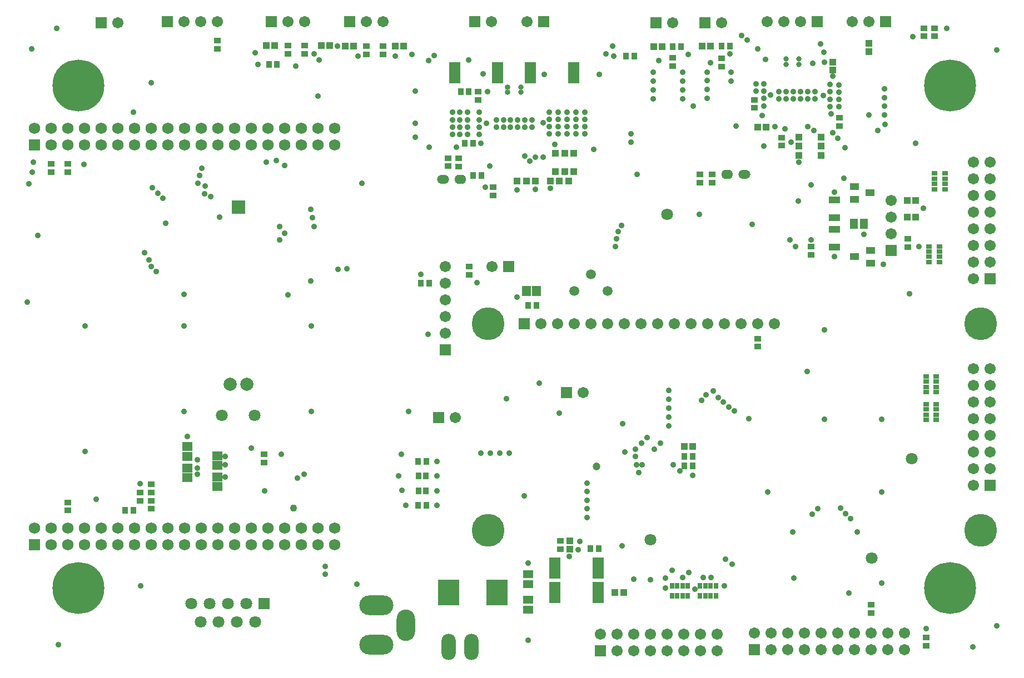
<source format=gbs>
G04*
G04 #@! TF.GenerationSoftware,Altium Limited,Altium Designer,19.0.10 (269)*
G04*
G04 Layer_Color=16711935*
%FSLAX43Y43*%
%MOMM*%
G71*
G01*
G75*
%ADD67R,1.053X0.953*%
%ADD72R,1.103X0.953*%
%ADD73R,1.053X0.903*%
%ADD74R,1.103X1.003*%
%ADD76R,0.903X1.053*%
%ADD77R,1.003X1.103*%
%ADD78R,1.553X1.353*%
%ADD81C,1.803*%
%ADD82C,1.703*%
%ADD83R,1.703X1.703*%
%ADD84R,1.703X1.703*%
%ADD85C,5.003*%
%ADD86R,2.003X2.003*%
%ADD87C,2.003*%
%ADD88R,1.803X1.803*%
%ADD89O,2.203X4.003*%
G04:AMPARAMS|DCode=90|XSize=5.203mm|YSize=3.003mm|CornerRadius=1.502mm|HoleSize=0mm|Usage=FLASHONLY|Rotation=0.000|XOffset=0mm|YOffset=0mm|HoleType=Round|Shape=RoundedRectangle|*
%AMROUNDEDRECTD90*
21,1,5.203,0.000,0,0,0.0*
21,1,2.200,3.003,0,0,0.0*
1,1,3.003,1.100,0.000*
1,1,3.003,-1.100,0.000*
1,1,3.003,-1.100,0.000*
1,1,3.003,1.100,0.000*
%
%ADD90ROUNDEDRECTD90*%
G04:AMPARAMS|DCode=91|XSize=4.803mm|YSize=2.803mm|CornerRadius=1.402mm|HoleSize=0mm|Usage=FLASHONLY|Rotation=270.000|XOffset=0mm|YOffset=0mm|HoleType=Round|Shape=RoundedRectangle|*
%AMROUNDEDRECTD91*
21,1,4.803,0.000,0,0,270.0*
21,1,2.000,2.803,0,0,270.0*
1,1,2.803,0.000,-1.000*
1,1,2.803,0.000,1.000*
1,1,2.803,0.000,1.000*
1,1,2.803,0.000,-1.000*
%
%ADD91ROUNDEDRECTD91*%
%ADD92C,1.503*%
%ADD93O,1.803X1.403*%
G04:AMPARAMS|DCode=94|XSize=1.803mm|YSize=1.403mm|CornerRadius=0.702mm|HoleSize=0mm|Usage=FLASHONLY|Rotation=0.000|XOffset=0mm|YOffset=0mm|HoleType=Round|Shape=RoundedRectangle|*
%AMROUNDEDRECTD94*
21,1,1.803,0.000,0,0,0.0*
21,1,0.400,1.403,0,0,0.0*
1,1,1.403,0.200,0.000*
1,1,1.403,-0.200,0.000*
1,1,1.403,-0.200,0.000*
1,1,1.403,0.200,0.000*
%
%ADD94ROUNDEDRECTD94*%
%ADD95C,1.753*%
%ADD96R,1.753X1.753*%
%ADD97C,7.903*%
%ADD98C,0.903*%
%ADD99C,0.803*%
%ADD100C,1.103*%
%ADD101C,1.203*%
%ADD102C,0.853*%
%ADD149R,3.203X4.013*%
%ADD150R,0.953X1.103*%
%ADD151R,0.953X1.053*%
%ADD152R,1.053X1.103*%
%ADD153R,1.553X1.253*%
%ADD154R,1.203X1.553*%
%ADD155R,1.353X1.553*%
%ADD156R,1.403X1.003*%
%ADD157R,1.753X1.103*%
%ADD158R,1.703X3.203*%
%ADD159R,0.903X0.703*%
%ADD160R,0.703X0.903*%
D67*
X163050Y135875D02*
D03*
Y137125D02*
D03*
D72*
X189250Y55125D02*
D03*
Y53875D02*
D03*
X180830Y60125D02*
D03*
Y58875D02*
D03*
X81330Y144875D02*
D03*
Y146125D02*
D03*
X71230Y78500D02*
D03*
Y77250D02*
D03*
X58530Y75750D02*
D03*
Y74500D02*
D03*
X88425Y81793D02*
D03*
Y83043D02*
D03*
X171700Y113475D02*
D03*
Y114725D02*
D03*
X186480Y114675D02*
D03*
Y115925D02*
D03*
X163600Y99475D02*
D03*
Y100725D02*
D03*
X118000Y128225D02*
D03*
Y126975D02*
D03*
X156650Y124475D02*
D03*
Y125725D02*
D03*
D73*
X119650Y110425D02*
D03*
Y111675D02*
D03*
X188900Y148050D02*
D03*
Y146800D02*
D03*
X123300Y123790D02*
D03*
Y122540D02*
D03*
X176000Y134375D02*
D03*
Y133125D02*
D03*
X121000Y137100D02*
D03*
Y138350D02*
D03*
X150610Y142250D02*
D03*
Y143500D02*
D03*
X158070Y142175D02*
D03*
Y143425D02*
D03*
X167250Y130125D02*
D03*
Y131375D02*
D03*
X190500Y146800D02*
D03*
Y148050D02*
D03*
X71230Y76000D02*
D03*
Y74750D02*
D03*
X55990Y127375D02*
D03*
Y126125D02*
D03*
X58530Y127375D02*
D03*
Y126125D02*
D03*
X69500Y76000D02*
D03*
Y77250D02*
D03*
X94540Y145400D02*
D03*
Y144150D02*
D03*
X92000D02*
D03*
Y145400D02*
D03*
X106540Y145300D02*
D03*
Y144050D02*
D03*
X104000D02*
D03*
Y145300D02*
D03*
X133500Y69875D02*
D03*
Y68625D02*
D03*
X154800Y125725D02*
D03*
Y124475D02*
D03*
X116400Y126995D02*
D03*
Y128245D02*
D03*
D74*
X173215Y130050D02*
D03*
Y131450D02*
D03*
Y128650D02*
D03*
X175000Y142875D02*
D03*
Y141625D02*
D03*
X169875Y128650D02*
D03*
Y131450D02*
D03*
Y130050D02*
D03*
X180500Y145750D02*
D03*
Y144500D02*
D03*
X135000Y69875D02*
D03*
Y68625D02*
D03*
D76*
X121500Y125600D02*
D03*
X120250D02*
D03*
X113075Y79750D02*
D03*
X111925D02*
D03*
X119600Y138350D02*
D03*
X118350D02*
D03*
X150610Y145250D02*
D03*
X151860D02*
D03*
X158070Y145300D02*
D03*
X159320D02*
D03*
X113125Y75250D02*
D03*
X111875D02*
D03*
Y82000D02*
D03*
X113125D02*
D03*
X111925Y77500D02*
D03*
X113075D02*
D03*
X152445Y81268D02*
D03*
X153695D02*
D03*
Y82768D02*
D03*
X152445D02*
D03*
X138125Y68650D02*
D03*
X139375D02*
D03*
D77*
X100750Y145300D02*
D03*
X102000D02*
D03*
X147750Y145250D02*
D03*
X149000D02*
D03*
X134800Y124700D02*
D03*
X132000D02*
D03*
X133400D02*
D03*
X126950D02*
D03*
X129750D02*
D03*
X128350D02*
D03*
X135573Y128950D02*
D03*
X132773D02*
D03*
X134173D02*
D03*
X135573Y126200D02*
D03*
X132773D02*
D03*
X134173D02*
D03*
X163625Y132950D02*
D03*
X164875D02*
D03*
X156370Y145300D02*
D03*
X155120D02*
D03*
X97125Y145400D02*
D03*
X98375D02*
D03*
X108375Y145300D02*
D03*
X109625D02*
D03*
X90000Y145400D02*
D03*
X88750D02*
D03*
X187625Y121750D02*
D03*
X186375D02*
D03*
X187625Y119210D02*
D03*
X186375D02*
D03*
X152445Y84268D02*
D03*
X153695D02*
D03*
D78*
X81250Y79592D02*
D03*
Y78143D02*
D03*
X76750Y79525D02*
D03*
Y80975D02*
D03*
X81250Y82842D02*
D03*
Y81393D02*
D03*
X76750Y82775D02*
D03*
Y84225D02*
D03*
D81*
X87000Y89000D02*
D03*
X82000D02*
D03*
X77345Y60340D02*
D03*
X80115D02*
D03*
X82885D02*
D03*
X85655D02*
D03*
X78730Y57500D02*
D03*
X81500D02*
D03*
X84270D02*
D03*
X87040D02*
D03*
X187000Y82400D02*
D03*
X180905Y67250D02*
D03*
X149750Y119620D02*
D03*
X147250Y70000D02*
D03*
D82*
X117500Y88662D02*
D03*
X137040Y92500D02*
D03*
X116000Y101500D02*
D03*
Y104040D02*
D03*
Y106580D02*
D03*
Y109120D02*
D03*
Y111660D02*
D03*
X123150Y111700D02*
D03*
X66150Y148900D02*
D03*
X166100Y103000D02*
D03*
X163560D02*
D03*
X161020D02*
D03*
X158480D02*
D03*
X155940D02*
D03*
X153400D02*
D03*
X150860D02*
D03*
X148320D02*
D03*
X145780D02*
D03*
X143240D02*
D03*
X140700D02*
D03*
X138160D02*
D03*
X135620D02*
D03*
X133080D02*
D03*
X130540D02*
D03*
X163050Y55790D02*
D03*
X165590Y53250D02*
D03*
Y55790D02*
D03*
X168130Y53250D02*
D03*
Y55790D02*
D03*
X170670Y53250D02*
D03*
Y55790D02*
D03*
X173210Y53250D02*
D03*
Y55790D02*
D03*
X175750Y53250D02*
D03*
Y55790D02*
D03*
X178290Y53250D02*
D03*
Y55790D02*
D03*
X180830Y53250D02*
D03*
Y55790D02*
D03*
X185910D02*
D03*
Y53250D02*
D03*
X183370Y55790D02*
D03*
Y53250D02*
D03*
X170070Y149050D02*
D03*
X167530D02*
D03*
X164990D02*
D03*
X177960Y149000D02*
D03*
X180500D02*
D03*
X196460Y127620D02*
D03*
X199000D02*
D03*
X196460Y125080D02*
D03*
X199000D02*
D03*
X196460Y122540D02*
D03*
X199000D02*
D03*
X196460Y120000D02*
D03*
X199000D02*
D03*
X196460Y117460D02*
D03*
X199000D02*
D03*
X196460Y114920D02*
D03*
X199000D02*
D03*
X196460Y112380D02*
D03*
X199000D02*
D03*
X196460Y109840D02*
D03*
Y78340D02*
D03*
X199000Y80880D02*
D03*
X196460D02*
D03*
X199000Y83420D02*
D03*
X196460D02*
D03*
X199000Y85960D02*
D03*
X196460D02*
D03*
X199000Y88500D02*
D03*
X196460D02*
D03*
X199000Y91040D02*
D03*
X196460D02*
D03*
X199000Y93580D02*
D03*
X196460D02*
D03*
X199000Y96120D02*
D03*
X196460D02*
D03*
X139590Y55660D02*
D03*
X142130Y53120D02*
D03*
Y55660D02*
D03*
X144670Y53120D02*
D03*
Y55660D02*
D03*
X147210Y53120D02*
D03*
Y55660D02*
D03*
X149750Y53120D02*
D03*
Y55660D02*
D03*
X152290Y53120D02*
D03*
Y55660D02*
D03*
X154830Y53120D02*
D03*
Y55660D02*
D03*
X157370Y53120D02*
D03*
Y55660D02*
D03*
X158070Y148900D02*
D03*
X150610D02*
D03*
X92021Y149000D02*
D03*
X94561D02*
D03*
X104000D02*
D03*
X106540D02*
D03*
X183900Y121750D02*
D03*
Y119210D02*
D03*
Y116670D02*
D03*
X81330Y149050D02*
D03*
X78790D02*
D03*
X76250D02*
D03*
X123000Y149000D02*
D03*
X128460D02*
D03*
D83*
X114960Y88662D02*
D03*
X134500Y92500D02*
D03*
X125690Y111700D02*
D03*
X63610Y148900D02*
D03*
X128000Y103000D02*
D03*
X163050Y53250D02*
D03*
X172610Y149050D02*
D03*
X183040Y149000D02*
D03*
X139590Y53120D02*
D03*
X155530Y148900D02*
D03*
X148070D02*
D03*
X89481Y149000D02*
D03*
X101460D02*
D03*
X73710Y149050D02*
D03*
X120460Y149000D02*
D03*
X131000D02*
D03*
D84*
X116000Y98960D02*
D03*
X199000Y109840D02*
D03*
Y78340D02*
D03*
X183900Y114130D02*
D03*
D85*
X197500Y103000D02*
D03*
Y71500D02*
D03*
X122500D02*
D03*
Y103000D02*
D03*
D86*
X84500Y120750D02*
D03*
D87*
X85750Y93750D02*
D03*
X83250D02*
D03*
D88*
X88425Y60340D02*
D03*
D89*
X116500Y53670D02*
D03*
X120000D02*
D03*
D90*
X105500Y60020D02*
D03*
Y54020D02*
D03*
D91*
X110000Y57020D02*
D03*
D92*
X138160Y110520D02*
D03*
X140700Y107980D02*
D03*
X135620D02*
D03*
D93*
X158950Y125750D02*
D03*
X118300Y125000D02*
D03*
D94*
X161550Y125750D02*
D03*
X115700Y125000D02*
D03*
D95*
X76310Y71790D02*
D03*
X73770D02*
D03*
X76310Y69250D02*
D03*
X73770D02*
D03*
X71230Y71790D02*
D03*
Y69250D02*
D03*
X55990D02*
D03*
X58530D02*
D03*
X61070D02*
D03*
X63610D02*
D03*
X66150D02*
D03*
X68690D02*
D03*
X53450Y71790D02*
D03*
X55990D02*
D03*
X58530D02*
D03*
X61070D02*
D03*
X63610D02*
D03*
X66150D02*
D03*
X68690D02*
D03*
X91550D02*
D03*
X89010D02*
D03*
X86470D02*
D03*
X83930D02*
D03*
X81390D02*
D03*
X78850D02*
D03*
X91550Y69250D02*
D03*
X89010D02*
D03*
X86470D02*
D03*
X83930D02*
D03*
X81390D02*
D03*
X78850D02*
D03*
X94090D02*
D03*
Y71790D02*
D03*
X96630Y69250D02*
D03*
X99170D02*
D03*
X96630Y71790D02*
D03*
X99170D02*
D03*
X99170Y132790D02*
D03*
X96630D02*
D03*
X99170Y130250D02*
D03*
X96630D02*
D03*
X94090Y132790D02*
D03*
Y130250D02*
D03*
X78850D02*
D03*
X81390D02*
D03*
X83930D02*
D03*
X86470D02*
D03*
X89010D02*
D03*
X91550D02*
D03*
X78850Y132790D02*
D03*
X81390D02*
D03*
X83930D02*
D03*
X86470D02*
D03*
X89010D02*
D03*
X91550D02*
D03*
X68690D02*
D03*
X66150D02*
D03*
X63610D02*
D03*
X61070D02*
D03*
X58530D02*
D03*
X55990D02*
D03*
X53450D02*
D03*
X68690Y130250D02*
D03*
X66150D02*
D03*
X63610D02*
D03*
X61070D02*
D03*
X58530D02*
D03*
X55990D02*
D03*
X71230D02*
D03*
Y132790D02*
D03*
X73770Y130250D02*
D03*
X76310D02*
D03*
X73770Y132790D02*
D03*
X76310D02*
D03*
D96*
X53450Y69250D02*
D03*
X53450Y130250D02*
D03*
D97*
X192840Y139300D02*
D03*
Y62700D02*
D03*
X60160D02*
D03*
Y139300D02*
D03*
D98*
X159500Y141300D02*
D03*
Y139967D02*
D03*
X147700D02*
D03*
Y141300D02*
D03*
Y138633D02*
D03*
Y137300D02*
D03*
X152150Y139967D02*
D03*
Y141300D02*
D03*
Y138633D02*
D03*
Y137300D02*
D03*
X155850Y140017D02*
D03*
Y141350D02*
D03*
Y138683D02*
D03*
Y137350D02*
D03*
X182850Y134800D02*
D03*
Y136133D02*
D03*
X147800Y83850D02*
D03*
X143345Y83450D02*
D03*
X146750Y85600D02*
D03*
X145850Y84750D02*
D03*
X137600Y73450D02*
D03*
X121400Y83250D02*
D03*
X117700Y129900D02*
D03*
X111400Y133500D02*
D03*
Y131400D02*
D03*
X113550Y129900D02*
D03*
X196350Y53670D02*
D03*
X200000Y56950D02*
D03*
X62850Y76200D02*
D03*
X163560Y144850D02*
D03*
X187200Y146750D02*
D03*
X188800Y120550D02*
D03*
X188100Y114700D02*
D03*
X168900Y71250D02*
D03*
X189250Y56450D02*
D03*
X142900Y69100D02*
D03*
X144700Y64050D02*
D03*
X153650Y79850D02*
D03*
X144950Y83850D02*
D03*
Y82700D02*
D03*
X130350Y93916D02*
D03*
X133350Y89350D02*
D03*
X125300Y91566D02*
D03*
X126900Y107000D02*
D03*
X120850Y109250D02*
D03*
X112250Y110520D02*
D03*
X93200Y142250D02*
D03*
X87040Y144250D02*
D03*
X99550Y145300D02*
D03*
X110900Y144050D02*
D03*
X182727Y112000D02*
D03*
X176750Y125150D02*
D03*
X179750Y116600D02*
D03*
X128050Y76750D02*
D03*
X128650Y54750D02*
D03*
Y66500D02*
D03*
X124267Y83250D02*
D03*
X122833D02*
D03*
X125700D02*
D03*
X150000Y87412D02*
D03*
Y88759D02*
D03*
Y90106D02*
D03*
Y91453D02*
D03*
Y92800D02*
D03*
X137600Y74762D02*
D03*
Y76075D02*
D03*
Y77387D02*
D03*
Y78700D02*
D03*
X182500Y63450D02*
D03*
X162250Y88500D02*
D03*
X165150Y77350D02*
D03*
X182500D02*
D03*
Y88400D02*
D03*
X173750D02*
D03*
Y102000D02*
D03*
X186700Y107550D02*
D03*
X154700Y119620D02*
D03*
X144300Y131950D02*
D03*
X187650Y130450D02*
D03*
X144300Y130650D02*
D03*
X182850Y138800D02*
D03*
Y137467D02*
D03*
X180500Y134800D02*
D03*
X200000Y144750D02*
D03*
X71230Y139750D02*
D03*
X96630Y137700D02*
D03*
X103300Y124400D02*
D03*
X110400Y89600D02*
D03*
X57100Y54050D02*
D03*
X73450Y118300D02*
D03*
X95600Y102650D02*
D03*
Y89600D02*
D03*
X76200Y107450D02*
D03*
X76250Y89600D02*
D03*
X76200Y102650D02*
D03*
X61150D02*
D03*
Y83500D02*
D03*
X52350Y106300D02*
D03*
X52550Y124300D02*
D03*
X56850Y148050D02*
D03*
X53000Y144875D02*
D03*
X78950Y126650D02*
D03*
X91550Y116800D02*
D03*
X72000Y110900D02*
D03*
X70200Y113800D02*
D03*
X132719Y130300D02*
D03*
X129750Y123450D02*
D03*
X163300Y139550D02*
D03*
Y138433D02*
D03*
X175936Y139400D02*
D03*
Y138283D02*
D03*
Y137167D02*
D03*
Y136050D02*
D03*
X117100Y135200D02*
D03*
Y134083D02*
D03*
Y132967D02*
D03*
Y131850D02*
D03*
X137227Y131900D02*
D03*
Y133017D02*
D03*
Y134133D02*
D03*
Y135250D02*
D03*
X135883Y131917D02*
D03*
Y133033D02*
D03*
Y134150D02*
D03*
Y135267D02*
D03*
X118225Y131850D02*
D03*
Y132967D02*
D03*
Y134083D02*
D03*
Y135200D02*
D03*
X119350Y131850D02*
D03*
Y132967D02*
D03*
Y134083D02*
D03*
Y135200D02*
D03*
X134538Y135267D02*
D03*
Y134150D02*
D03*
Y133033D02*
D03*
Y131917D02*
D03*
X133194Y135250D02*
D03*
Y134133D02*
D03*
Y133017D02*
D03*
Y131900D02*
D03*
X131850D02*
D03*
Y133017D02*
D03*
Y134133D02*
D03*
Y135250D02*
D03*
X130900Y133600D02*
D03*
X121150Y135200D02*
D03*
Y134083D02*
D03*
Y132967D02*
D03*
X121200Y131850D02*
D03*
X122250Y133500D02*
D03*
X174550Y136100D02*
D03*
Y137217D02*
D03*
Y138333D02*
D03*
Y139450D02*
D03*
X173600Y137800D02*
D03*
X165500Y137850D02*
D03*
X164550Y136200D02*
D03*
Y137317D02*
D03*
Y138433D02*
D03*
Y139550D02*
D03*
X123750Y132950D02*
D03*
Y134050D02*
D03*
X124850Y132950D02*
D03*
Y134050D02*
D03*
X125950Y132950D02*
D03*
Y134050D02*
D03*
X127050Y132950D02*
D03*
Y134050D02*
D03*
X128150D02*
D03*
X129250D02*
D03*
X128150Y132950D02*
D03*
X129250D02*
D03*
X171950Y142650D02*
D03*
X176900Y129800D02*
D03*
X192400Y148050D02*
D03*
X159150Y90300D02*
D03*
X158350Y91000D02*
D03*
X157550Y91700D02*
D03*
X156770Y92700D02*
D03*
X155000Y91250D02*
D03*
X155700Y92100D02*
D03*
X161100Y146900D02*
D03*
X141500Y145300D02*
D03*
X162000Y146250D02*
D03*
X140500Y144129D02*
D03*
X175750Y131250D02*
D03*
X90300Y127900D02*
D03*
X175000Y132100D02*
D03*
X181900Y132427D02*
D03*
X182950Y133350D02*
D03*
X142850Y117950D02*
D03*
X142300Y117000D02*
D03*
X142050Y115950D02*
D03*
X168700Y130700D02*
D03*
X167750Y132700D02*
D03*
X174750Y135000D02*
D03*
X164250Y134750D02*
D03*
X172100Y132427D02*
D03*
X171200Y133000D02*
D03*
X173750Y142875D02*
D03*
X174975Y140773D02*
D03*
X166200Y133000D02*
D03*
X145100Y81500D02*
D03*
X53900Y116450D02*
D03*
X53100Y126100D02*
D03*
X53300Y127651D02*
D03*
X96000Y117800D02*
D03*
X90800Y115800D02*
D03*
X95750Y119150D02*
D03*
X95550Y120450D02*
D03*
X90800Y117800D02*
D03*
X73000Y122150D02*
D03*
X71400Y123700D02*
D03*
X72200Y122900D02*
D03*
X81650Y119240D02*
D03*
X92000Y107400D02*
D03*
X113400Y101400D02*
D03*
X177750Y73225D02*
D03*
X70833Y112669D02*
D03*
X176925Y74000D02*
D03*
X71181Y111669D02*
D03*
X178700Y71250D02*
D03*
X176169Y74890D02*
D03*
X172700Y74800D02*
D03*
X171900Y73900D02*
D03*
X88750Y127620D02*
D03*
X95500Y109500D02*
D03*
X159700Y66300D02*
D03*
X158700Y67100D02*
D03*
X60950Y127300D02*
D03*
X126900Y123400D02*
D03*
X132000Y123650D02*
D03*
X108875Y79750D02*
D03*
X94500Y80000D02*
D03*
X101054Y111354D02*
D03*
X109395Y77605D02*
D03*
X93500Y79400D02*
D03*
X99700Y111250D02*
D03*
X141900Y114700D02*
D03*
X113500Y143100D02*
D03*
X119600Y143200D02*
D03*
X68500Y135250D02*
D03*
X114350Y143900D02*
D03*
X138600Y129600D02*
D03*
X128125Y128577D02*
D03*
X128856Y127800D02*
D03*
X130900Y128400D02*
D03*
X145200Y125725D02*
D03*
X172300Y138350D02*
D03*
Y137250D02*
D03*
X171200Y138350D02*
D03*
Y137250D02*
D03*
X170100Y138350D02*
D03*
Y137250D02*
D03*
X169000Y138350D02*
D03*
Y137250D02*
D03*
X167900Y138350D02*
D03*
Y137250D02*
D03*
X166800Y138350D02*
D03*
Y137250D02*
D03*
X145500Y80300D02*
D03*
X146000Y81500D02*
D03*
X79400Y124000D02*
D03*
X79300Y122800D02*
D03*
X78600Y125550D02*
D03*
X129700Y128400D02*
D03*
X141684Y143750D02*
D03*
X173675Y144400D02*
D03*
X173171Y145650D02*
D03*
X169800Y121700D02*
D03*
X169300Y114700D02*
D03*
X160000Y89700D02*
D03*
X153096Y65004D02*
D03*
X150550Y65400D02*
D03*
X122100Y123790D02*
D03*
X122750Y127000D02*
D03*
X162700Y118100D02*
D03*
X171150Y95700D02*
D03*
X171700Y124100D02*
D03*
Y115800D02*
D03*
X153800Y136200D02*
D03*
X69600Y63050D02*
D03*
X147210Y63900D02*
D03*
X169100Y64200D02*
D03*
X76700Y85800D02*
D03*
X69500Y78600D02*
D03*
X110020Y75300D02*
D03*
X114750Y75250D02*
D03*
X102500Y63300D02*
D03*
X134900Y67500D02*
D03*
X91550Y127100D02*
D03*
X80300Y122400D02*
D03*
X78300Y124400D02*
D03*
X121400Y130500D02*
D03*
X122400Y138400D02*
D03*
X121800Y141100D02*
D03*
X131100Y141000D02*
D03*
X139425Y140975D02*
D03*
X168525Y115750D02*
D03*
X164500Y130050D02*
D03*
X149500Y64200D02*
D03*
Y62700D02*
D03*
X91000Y83043D02*
D03*
X97750Y65975D02*
D03*
Y64750D02*
D03*
X111450Y138425D02*
D03*
X88500Y77500D02*
D03*
X87500Y142500D02*
D03*
X108375Y143750D02*
D03*
X96750Y143150D02*
D03*
X96000Y144129D02*
D03*
X102750Y143750D02*
D03*
X109340Y83043D02*
D03*
X159320Y144129D02*
D03*
X156400Y142750D02*
D03*
X153000Y144000D02*
D03*
X148500Y143100D02*
D03*
X169875Y127620D02*
D03*
X160250Y133100D02*
D03*
X164750Y143250D02*
D03*
X175250Y113250D02*
D03*
Y123000D02*
D03*
X156500Y64250D02*
D03*
X155250D02*
D03*
X154000Y62500D02*
D03*
X152120Y64250D02*
D03*
X82500Y79592D02*
D03*
Y82768D02*
D03*
Y81467D02*
D03*
X78250Y80000D02*
D03*
Y81000D02*
D03*
Y82250D02*
D03*
X86470Y84000D02*
D03*
X177500Y61950D02*
D03*
X158500Y63000D02*
D03*
X114750Y82000D02*
D03*
Y77500D02*
D03*
Y79750D02*
D03*
X151702Y80525D02*
D03*
X143000Y87750D02*
D03*
X150695Y81467D02*
D03*
X148750Y84750D02*
D03*
X136250Y68500D02*
D03*
X136500Y69750D02*
D03*
D99*
X167925Y143350D02*
D03*
X169875D02*
D03*
X167925Y142500D02*
D03*
X169875D02*
D03*
X127500Y139000D02*
D03*
Y138300D02*
D03*
D100*
X92850Y74890D02*
D03*
D101*
X139000Y81200D02*
D03*
D102*
X125500Y138300D02*
D03*
X125525Y139000D02*
D03*
D149*
X116500Y62000D02*
D03*
X123900D02*
D03*
D150*
X112275Y109125D02*
D03*
X113525D02*
D03*
X90375Y142500D02*
D03*
X89125D02*
D03*
X144750Y143750D02*
D03*
X143500D02*
D03*
X67250Y74500D02*
D03*
X68500D02*
D03*
X129875Y105750D02*
D03*
X128625D02*
D03*
D151*
X118975Y130500D02*
D03*
X120225D02*
D03*
D152*
X143150Y62000D02*
D03*
X141850D02*
D03*
D153*
X128625Y60875D02*
D03*
Y59375D02*
D03*
Y64750D02*
D03*
Y63250D02*
D03*
D154*
X179750Y118250D02*
D03*
X178250D02*
D03*
D155*
X128350Y107960D02*
D03*
X129875D02*
D03*
D156*
X180690Y122920D02*
D03*
X178290Y123870D02*
D03*
Y121970D02*
D03*
X180750Y114130D02*
D03*
Y112230D02*
D03*
X178350Y113180D02*
D03*
D157*
X175250Y114675D02*
D03*
Y117325D02*
D03*
Y121825D02*
D03*
Y119175D02*
D03*
D158*
X117400Y141250D02*
D03*
X124000D02*
D03*
X128950D02*
D03*
X135550D02*
D03*
X132700Y65750D02*
D03*
X139300D02*
D03*
X132700Y62000D02*
D03*
X139300D02*
D03*
D159*
X192100Y125080D02*
D03*
Y124280D02*
D03*
Y123480D02*
D03*
Y125880D02*
D03*
X190500Y125080D02*
D03*
Y124280D02*
D03*
Y123480D02*
D03*
Y125880D02*
D03*
X189700Y114779D02*
D03*
Y112379D02*
D03*
Y113179D02*
D03*
Y113979D02*
D03*
X191300Y114779D02*
D03*
Y112379D02*
D03*
Y113179D02*
D03*
Y113979D02*
D03*
X189200Y94950D02*
D03*
Y92550D02*
D03*
Y93350D02*
D03*
Y94150D02*
D03*
X190800Y94950D02*
D03*
Y92550D02*
D03*
Y93350D02*
D03*
Y94150D02*
D03*
X189200Y90700D02*
D03*
Y88300D02*
D03*
Y89100D02*
D03*
Y89900D02*
D03*
X190800Y90700D02*
D03*
Y88300D02*
D03*
Y89100D02*
D03*
Y89900D02*
D03*
D160*
X157200Y63050D02*
D03*
X154800D02*
D03*
X155600D02*
D03*
X156400D02*
D03*
X157200Y61450D02*
D03*
X154800D02*
D03*
X155600D02*
D03*
X156400D02*
D03*
X152950Y63050D02*
D03*
X150550D02*
D03*
X151350D02*
D03*
X152150D02*
D03*
X152950Y61450D02*
D03*
X150550D02*
D03*
X151350D02*
D03*
X152150D02*
D03*
M02*

</source>
